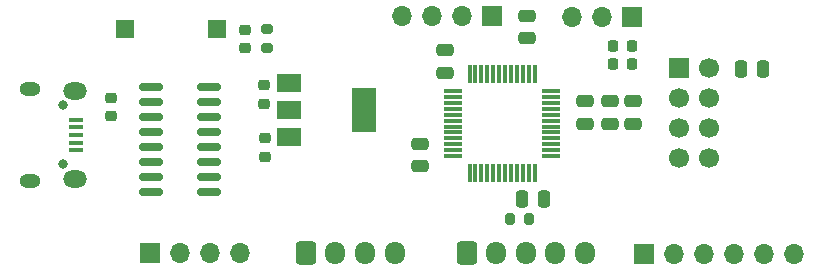
<source format=gbr>
%TF.GenerationSoftware,KiCad,Pcbnew,(6.0.11)*%
%TF.CreationDate,2023-08-09T20:09:53+02:00*%
%TF.ProjectId,Box_domotique_A,426f785f-646f-46d6-9f74-697175655f41,rev?*%
%TF.SameCoordinates,Original*%
%TF.FileFunction,Soldermask,Top*%
%TF.FilePolarity,Negative*%
%FSLAX46Y46*%
G04 Gerber Fmt 4.6, Leading zero omitted, Abs format (unit mm)*
G04 Created by KiCad (PCBNEW (6.0.11)) date 2023-08-09 20:09:53*
%MOMM*%
%LPD*%
G01*
G04 APERTURE LIST*
G04 Aperture macros list*
%AMRoundRect*
0 Rectangle with rounded corners*
0 $1 Rounding radius*
0 $2 $3 $4 $5 $6 $7 $8 $9 X,Y pos of 4 corners*
0 Add a 4 corners polygon primitive as box body*
4,1,4,$2,$3,$4,$5,$6,$7,$8,$9,$2,$3,0*
0 Add four circle primitives for the rounded corners*
1,1,$1+$1,$2,$3*
1,1,$1+$1,$4,$5*
1,1,$1+$1,$6,$7*
1,1,$1+$1,$8,$9*
0 Add four rect primitives between the rounded corners*
20,1,$1+$1,$2,$3,$4,$5,0*
20,1,$1+$1,$4,$5,$6,$7,0*
20,1,$1+$1,$6,$7,$8,$9,0*
20,1,$1+$1,$8,$9,$2,$3,0*%
G04 Aperture macros list end*
%ADD10RoundRect,0.250000X0.250000X0.475000X-0.250000X0.475000X-0.250000X-0.475000X0.250000X-0.475000X0*%
%ADD11RoundRect,0.225000X0.225000X0.250000X-0.225000X0.250000X-0.225000X-0.250000X0.225000X-0.250000X0*%
%ADD12RoundRect,0.225000X-0.250000X0.225000X-0.250000X-0.225000X0.250000X-0.225000X0.250000X0.225000X0*%
%ADD13RoundRect,0.225000X0.250000X-0.225000X0.250000X0.225000X-0.250000X0.225000X-0.250000X-0.225000X0*%
%ADD14R,1.700000X1.700000*%
%ADD15O,1.700000X1.700000*%
%ADD16RoundRect,0.250000X-0.600000X-0.725000X0.600000X-0.725000X0.600000X0.725000X-0.600000X0.725000X0*%
%ADD17O,1.700000X1.950000*%
%ADD18O,0.800000X0.800000*%
%ADD19R,1.300000X0.450000*%
%ADD20O,1.800000X1.150000*%
%ADD21O,2.000000X1.450000*%
%ADD22RoundRect,0.250000X-0.475000X0.250000X-0.475000X-0.250000X0.475000X-0.250000X0.475000X0.250000X0*%
%ADD23R,1.500000X1.500000*%
%ADD24R,2.000000X1.500000*%
%ADD25R,2.000000X3.800000*%
%ADD26C,1.700000*%
%ADD27RoundRect,0.150000X0.825000X0.150000X-0.825000X0.150000X-0.825000X-0.150000X0.825000X-0.150000X0*%
%ADD28RoundRect,0.200000X0.275000X-0.200000X0.275000X0.200000X-0.275000X0.200000X-0.275000X-0.200000X0*%
%ADD29RoundRect,0.011200X0.733800X0.128800X-0.733800X0.128800X-0.733800X-0.128800X0.733800X-0.128800X0*%
%ADD30RoundRect,0.011200X-0.128800X0.733800X-0.128800X-0.733800X0.128800X-0.733800X0.128800X0.733800X0*%
%ADD31RoundRect,0.250000X0.475000X-0.250000X0.475000X0.250000X-0.475000X0.250000X-0.475000X-0.250000X0*%
%ADD32RoundRect,0.200000X-0.200000X-0.275000X0.200000X-0.275000X0.200000X0.275000X-0.200000X0.275000X0*%
%ADD33RoundRect,0.250000X-0.250000X-0.475000X0.250000X-0.475000X0.250000X0.475000X-0.250000X0.475000X0*%
G04 APERTURE END LIST*
D10*
%TO.C,C9*%
X125587800Y-77419200D03*
X123687800Y-77419200D03*
%TD*%
D11*
%TO.C,C2*%
X132982000Y-65963800D03*
X131432000Y-65963800D03*
%TD*%
D12*
%TO.C,C3*%
X101955600Y-72300800D03*
X101955600Y-73850800D03*
%TD*%
D13*
%TO.C,C5*%
X101879400Y-69355000D03*
X101879400Y-67805000D03*
%TD*%
D14*
%TO.C,J4*%
X133030200Y-62001400D03*
D15*
X130490200Y-62001400D03*
X127950200Y-62001400D03*
%TD*%
D16*
%TO.C,J6*%
X105393800Y-81996000D03*
D17*
X107893800Y-81996000D03*
X110393800Y-81996000D03*
X112893800Y-81996000D03*
%TD*%
D18*
%TO.C,J3*%
X84800000Y-74500000D03*
X84800000Y-69500000D03*
D19*
X85900000Y-70700000D03*
X85900000Y-71350000D03*
X85900000Y-72000000D03*
X85900000Y-72650000D03*
X85900000Y-73300000D03*
D20*
X82050000Y-75875000D03*
D21*
X85850000Y-75725000D03*
D20*
X82050000Y-68125000D03*
D21*
X85850000Y-68275000D03*
%TD*%
D11*
%TO.C,C4*%
X132982000Y-64465200D03*
X131432000Y-64465200D03*
%TD*%
D16*
%TO.C,J7*%
X119000000Y-82000000D03*
D17*
X121500000Y-82000000D03*
X124000000Y-82000000D03*
X126500000Y-82000000D03*
X129000000Y-82000000D03*
%TD*%
D22*
%TO.C,C10*%
X133070600Y-69138800D03*
X133070600Y-71038800D03*
%TD*%
D14*
%TO.C,J2*%
X92200000Y-82000000D03*
D15*
X94740000Y-82000000D03*
X97280000Y-82000000D03*
X99820000Y-82000000D03*
%TD*%
D23*
%TO.C,Reset1*%
X97900000Y-63000000D03*
X90100000Y-63000000D03*
%TD*%
D24*
%TO.C,U1*%
X103987200Y-67575400D03*
D25*
X110287200Y-69875400D03*
D24*
X103987200Y-69875400D03*
X103987200Y-72175400D03*
%TD*%
D14*
%TO.C,U4*%
X137000000Y-66375000D03*
D26*
X139540000Y-66375000D03*
X137000000Y-68915000D03*
X139540000Y-68915000D03*
X137000000Y-71455000D03*
X139540000Y-71455000D03*
X137000000Y-73995000D03*
X139540000Y-73995000D03*
%TD*%
D14*
%TO.C,J5*%
X121107200Y-61925200D03*
D15*
X118567200Y-61925200D03*
X116027200Y-61925200D03*
X113487200Y-61925200D03*
%TD*%
D22*
%TO.C,C6*%
X124072562Y-61897992D03*
X124072562Y-63797992D03*
%TD*%
D13*
%TO.C,C1*%
X88849200Y-70396400D03*
X88849200Y-68846400D03*
%TD*%
D27*
%TO.C,U2*%
X97217000Y-76809600D03*
X97217000Y-75539600D03*
X97217000Y-74269600D03*
X97217000Y-72999600D03*
X97217000Y-71729600D03*
X97217000Y-70459600D03*
X97217000Y-69189600D03*
X97217000Y-67919600D03*
X92267000Y-67919600D03*
X92267000Y-69189600D03*
X92267000Y-70459600D03*
X92267000Y-71729600D03*
X92267000Y-72999600D03*
X92267000Y-74269600D03*
X92267000Y-75539600D03*
X92267000Y-76809600D03*
%TD*%
D28*
%TO.C,R2*%
X102082600Y-64680600D03*
X102082600Y-63030600D03*
%TD*%
D14*
%TO.C,J1*%
X133985000Y-82118200D03*
D15*
X136525000Y-82118200D03*
X139065000Y-82118200D03*
X141605000Y-82118200D03*
X144145000Y-82118200D03*
X146685000Y-82118200D03*
%TD*%
D29*
%TO.C,U3*%
X126166200Y-73793800D03*
X126166200Y-73293800D03*
X126166200Y-72793800D03*
X126166200Y-72293800D03*
X126166200Y-71793800D03*
X126166200Y-71293800D03*
X126166200Y-70793800D03*
X126166200Y-70293800D03*
X126166200Y-69793800D03*
X126166200Y-69293800D03*
X126166200Y-68793800D03*
X126166200Y-68293800D03*
D30*
X124746200Y-66873800D03*
X124246200Y-66873800D03*
X123746200Y-66873800D03*
X123246200Y-66873800D03*
X122746200Y-66873800D03*
X122246200Y-66873800D03*
X121746200Y-66873800D03*
X121246200Y-66873800D03*
X120746200Y-66873800D03*
X120246200Y-66873800D03*
X119746200Y-66873800D03*
X119246200Y-66873800D03*
D29*
X117826200Y-68293800D03*
X117826200Y-68793800D03*
X117826200Y-69293800D03*
X117826200Y-69793800D03*
X117826200Y-70293800D03*
X117826200Y-70793800D03*
X117826200Y-71293800D03*
X117826200Y-71793800D03*
X117826200Y-72293800D03*
X117826200Y-72793800D03*
X117826200Y-73293800D03*
X117826200Y-73793800D03*
D30*
X119246200Y-75213800D03*
X119746200Y-75213800D03*
X120246200Y-75213800D03*
X120746200Y-75213800D03*
X121246200Y-75213800D03*
X121746200Y-75213800D03*
X122246200Y-75213800D03*
X122746200Y-75213800D03*
X123246200Y-75213800D03*
X123746200Y-75213800D03*
X124246200Y-75213800D03*
X124746200Y-75213800D03*
%TD*%
D22*
%TO.C,C12*%
X131114800Y-69138800D03*
X131114800Y-71038800D03*
%TD*%
%TO.C,C14*%
X129057400Y-69138800D03*
X129057400Y-71038800D03*
%TD*%
D31*
%TO.C,C8*%
X117195600Y-66736000D03*
X117195600Y-64836000D03*
%TD*%
%TO.C,C11*%
X115087400Y-74660800D03*
X115087400Y-72760800D03*
%TD*%
D32*
%TO.C,R1*%
X122669800Y-79146400D03*
X124319800Y-79146400D03*
%TD*%
D13*
%TO.C,C13*%
X100203000Y-64630600D03*
X100203000Y-63080600D03*
%TD*%
D33*
%TO.C,C7*%
X142204400Y-66395600D03*
X144104400Y-66395600D03*
%TD*%
M02*

</source>
